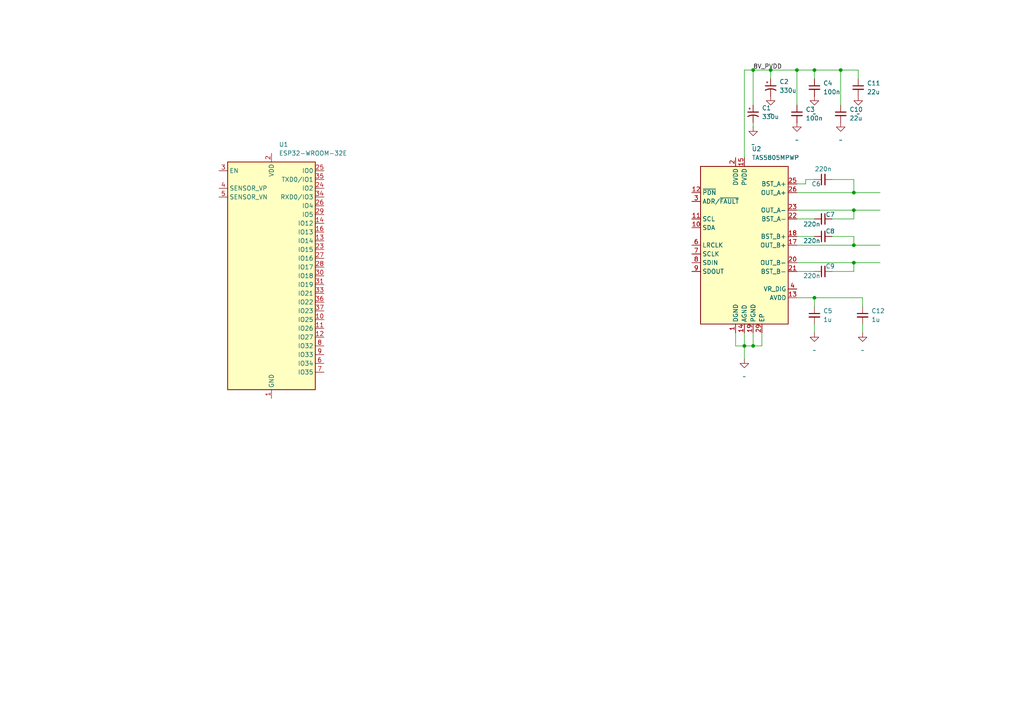
<source format=kicad_sch>
(kicad_sch (version 20250114) (generator "eeschema") (generator_version "9.0")
  (paper "A4")
  (lib_symbols
    (symbol "Amplifier_Audio:TAS5805MPWP"
      (property "Reference" "U" (at -11.43 24.13 0))
      (property "Value" "TAS5805MPWP" (at 8.89 24.13 0))
      (symbol "TAS5805MPWP_0_1"
        (rectangle (start -12.7 22.86) (end 12.7 -22.86) (stroke (width 0.254)) (fill (type background)))
      )
      (symbol "TAS5805MPWP_1_0"
        (pin output line (at -15.24 -7.62 0) (length 2.54) (name "SDOUT") (number "9"))
        (pin passive line (at 15.24 17.78 180) (length 2.54) (name "BST_A+") (number "25"))
        (pin output line (at 15.24 10.16 180) (length 2.54) (name "OUT_A-") (number "23"))
        (pin passive line (at 15.24 7.62 180) (length 2.54) (name "BST_A-") (number "22"))
      )
      (symbol "TAS5805MPWP_1_1"
        (pin input line (at -15.24 15.24 0) (length 2.54) (name "~{PDN}") (number "12"))
        (pin bidirectional line (at -15.24 12.7 0) (length 2.54) (name "ADR/~{FAULT}") (number "3"))
        (pin input line (at -15.24 7.62 0) (length 2.54) (name "SCL") (number "11"))
        (pin bidirectional line (at -15.24 5.08 0) (length 2.54) (name "SDA") (number "10"))
        (pin input line (at -15.24 0 0) (length 2.54) (name "LRCLK") (number "6"))
        (pin input line (at -15.24 -2.54 0) (length 2.54) (name "SCLK") (number "7"))
        (pin input line (at -15.24 -5.08 0) (length 2.54) (name "SDIN") (number "8"))
        (pin power_in line (at -2.54 25.4 270) (length 2.54) (name "DVDD") (number "2"))
        (pin power_in line (at -2.54 -25.4 90) (length 2.54) (name "DGND") (number "1"))
        (pin passive line (at -2.54 -25.4 90) (length 2.54) (hide yes) (name "DGND") (number "5"))
        (pin power_in line (at 0 25.4 270) (length 2.54) (name "PVDD") (number "15"))
        (pin passive line (at 0 25.4 270) (length 2.54) (hide yes) (name "PVDD") (number "16"))
        (pin passive line (at 0 25.4 270) (length 2.54) (hide yes) (name "PVDD") (number "27"))
        (pin passive line (at 0 25.4 270) (length 2.54) (hide yes) (name "PVDD") (number "28"))
        (pin power_in line (at 0 -25.4 90) (length 2.54) (name "AGND") (number "14"))
        (pin power_in line (at 2.54 -25.4 90) (length 2.54) (name "PGND") (number "19"))
        (pin passive line (at 2.54 -25.4 90) (length 2.54) (hide yes) (name "PGND") (number "24"))
        (pin passive line (at 5.08 -25.4 90) (length 2.54) (name "EP") (number "29"))
        (pin output line (at 15.24 15.24 180) (length 2.54) (name "OUT_A+") (number "26"))
        (pin passive line (at 15.24 2.54 180) (length 2.54) (name "BST_B+") (number "18"))
        (pin output line (at 15.24 0 180) (length 2.54) (name "OUT_B+") (number "17"))
        (pin output line (at 15.24 -5.08 180) (length 2.54) (name "OUT_B-") (number "20"))
        (pin passive line (at 15.24 -7.62 180) (length 2.54) (name "BST_B-") (number "21"))
        (pin power_out line (at 15.24 -12.7 180) (length 2.54) (name "VR_DIG") (number "4"))
        (pin power_out line (at 15.24 -15.24 180) (length 2.54) (name "AVDD") (number "13"))
      )
    )
    (symbol "Device:C_Polarized_Small_US" (pin_numbers (hide yes)) (pin_names (offset 0.254) (hide yes))
      (property "Reference" "C" (at 0.254 1.778 0))
      (property "Value" "C_Polarized_Small_US" (at 0.254 -2.032 0))
      (symbol "C_Polarized_Small_US_0_1"
        (polyline (pts (xy -1.524 0.508) (xy 1.524 0.508)) (stroke (width 0.3048)))
        (polyline (pts (xy -1.27 1.524) (xy -0.762 1.524)))
        (polyline (pts (xy -1.016 1.27) (xy -1.016 1.778)))
        (arc (start -1.524 -0.762) (mid 0 -0.3734) (end 1.524 -0.762) (stroke (width 0.3048)))
      )
      (symbol "C_Polarized_Small_US_1_1"
        (pin passive line (at 0 2.54 270) (length 2.032) (name "~") (number "1"))
        (pin passive line (at 0 -2.54 90) (length 2.032) (name "~") (number "2"))
      )
    )
    (symbol "Device:C_Small" (pin_numbers (hide yes)) (pin_names (offset 0.254) (hide yes))
      (property "Reference" "C" (at 0.254 1.778 0))
      (property "Value" "C_Small" (at 0.254 -2.032 0))
      (symbol "C_Small_0_1"
        (polyline (pts (xy -1.524 0.508) (xy 1.524 0.508)) (stroke (width 0.3048)))
        (polyline (pts (xy -1.524 -0.508) (xy 1.524 -0.508)) (stroke (width 0.3302)))
      )
      (symbol "C_Small_1_1"
        (pin passive line (at 0 2.54 270) (length 2.032) (name "~") (number "1"))
        (pin passive line (at 0 -2.54 90) (length 2.032) (name "~") (number "2"))
      )
    )
    (symbol "RF_Module:ESP32-WROOM-32E"
      (property "Reference" "U" (at -12.7 34.29 0))
      (property "Value" "ESP32-WROOM-32E" (at 1.27 34.29 0))
      (symbol "ESP32-WROOM-32E_0_1"
        (rectangle (start -12.7 33.02) (end 12.7 -33.02) (stroke (width 0.254)) (fill (type background)))
      )
      (symbol "ESP32-WROOM-32E_1_1"
        (pin input line (at -15.24 30.48 0) (length 2.54) (name "EN") (number "3"))
        (pin input line (at -15.24 25.4 0) (length 2.54) (name "SENSOR_VP") (number "4"))
        (pin input line (at -15.24 22.86 0) (length 2.54) (name "SENSOR_VN") (number "5"))
        (pin no_connect line (at -12.7 0 0) (length 2.54) (hide yes) (name "NC") (number "21"))
        (pin no_connect line (at -12.7 -2.54 0) (length 2.54) (hide yes) (name "NC") (number "22"))
        (pin no_connect line (at -12.7 -5.08 0) (length 2.54) (hide yes) (name "NC") (number "17"))
        (pin no_connect line (at -12.7 -7.62 0) (length 2.54) (hide yes) (name "NC") (number "18"))
        (pin no_connect line (at -12.7 -10.16 0) (length 2.54) (hide yes) (name "NC") (number "20"))
        (pin no_connect line (at -12.7 -12.7 0) (length 2.54) (hide yes) (name "NC") (number "19"))
        (pin no_connect line (at -12.7 -27.94 0) (length 2.54) (hide yes) (name "NC") (number "32"))
        (pin power_in line (at 0 35.56 270) (length 2.54) (name "VDD") (number "2"))
        (pin power_in line (at 0 -35.56 90) (length 2.54) (name "GND") (number "1"))
        (pin passive line (at 0 -35.56 90) (length 2.54) (hide yes) (name "GND") (number "15"))
        (pin passive line (at 0 -35.56 90) (length 2.54) (hide yes) (name "GND") (number "38"))
        (pin passive line (at 0 -35.56 90) (length 2.54) (hide yes) (name "GND") (number "39"))
        (pin bidirectional line (at 15.24 30.48 180) (length 2.54) (name "IO0") (number "25"))
        (pin bidirectional line (at 15.24 27.94 180) (length 2.54) (name "TXD0/IO1") (number "35"))
        (pin bidirectional line (at 15.24 25.4 180) (length 2.54) (name "IO2") (number "24"))
        (pin bidirectional line (at 15.24 22.86 180) (length 2.54) (name "RXD0/IO3") (number "34"))
        (pin bidirectional line (at 15.24 20.32 180) (length 2.54) (name "IO4") (number "26"))
        (pin bidirectional line (at 15.24 17.78 180) (length 2.54) (name "IO5") (number "29"))
        (pin bidirectional line (at 15.24 15.24 180) (length 2.54) (name "IO12") (number "14"))
        (pin bidirectional line (at 15.24 12.7 180) (length 2.54) (name "IO13") (number "16"))
        (pin bidirectional line (at 15.24 10.16 180) (length 2.54) (name "IO14") (number "13"))
        (pin bidirectional line (at 15.24 7.62 180) (length 2.54) (name "IO15") (number "23"))
        (pin bidirectional line (at 15.24 5.08 180) (length 2.54) (name "IO16") (number "27"))
        (pin bidirectional line (at 15.24 2.54 180) (length 2.54) (name "IO17") (number "28"))
        (pin bidirectional line (at 15.24 0 180) (length 2.54) (name "IO18") (number "30"))
        (pin bidirectional line (at 15.24 -2.54 180) (length 2.54) (name "IO19") (number "31"))
        (pin bidirectional line (at 15.24 -5.08 180) (length 2.54) (name "IO21") (number "33"))
        (pin bidirectional line (at 15.24 -7.62 180) (length 2.54) (name "IO22") (number "36"))
        (pin bidirectional line (at 15.24 -10.16 180) (length 2.54) (name "IO23") (number "37"))
        (pin bidirectional line (at 15.24 -12.7 180) (length 2.54) (name "IO25") (number "10"))
        (pin bidirectional line (at 15.24 -15.24 180) (length 2.54) (name "IO26") (number "11"))
        (pin bidirectional line (at 15.24 -17.78 180) (length 2.54) (name "IO27") (number "12"))
        (pin bidirectional line (at 15.24 -20.32 180) (length 2.54) (name "IO32") (number "8"))
        (pin bidirectional line (at 15.24 -22.86 180) (length 2.54) (name "IO33") (number "9"))
        (pin input line (at 15.24 -25.4 180) (length 2.54) (name "IO34") (number "6"))
        (pin input line (at 15.24 -27.94 180) (length 2.54) (name "IO35") (number "7"))
      )
    )
    (symbol "power:GND" (power) (pin_numbers (hide yes)) (pin_names (offset 0) (hide yes))
      (property "Value" "GND" (at 0 -3.81 0))
      (symbol "GND_0_1"
        (polyline (pts (xy 0 0) (xy 0 -1.27) (xy 1.27 -1.27) (xy 0 -2.54) (xy -1.27 -1.27) (xy 0 -1.27)))
      )
      (symbol "GND_1_1"
        (pin power_in line (at 0 0 270) (length 0) (name "~") (number "1"))
      )
    )
  )
  (junction (at 247.65 60.96))
  (junction (at 236.22 86.36))
  (junction (at 236.22 20.32))
  (junction (at 247.65 76.2))
  (junction (at 243.84 20.32))
  (junction (at 247.65 55.88))
  (junction (at 218.44 100.33))
  (junction (at 231.14 20.32))
  (junction (at 218.44 20.32))
  (junction (at 215.9 100.33))
  (junction (at 223.52 20.32))
  (junction (at 247.65 71.12))
  (wire (pts (xy 215.9 96.52) (xy 215.9 100.33)))
  (wire (pts (xy 218.44 100.33) (xy 220.98 100.33)))
  (wire (pts (xy 247.65 55.88) (xy 255.27 55.88)))
  (wire (pts (xy 231.14 78.74) (xy 236.22 78.74)))
  (wire (pts (xy 250.19 86.36) (xy 250.19 88.9)))
  (wire (pts (xy 218.44 20.32) (xy 223.52 20.32)))
  (wire (pts (xy 215.9 100.33) (xy 218.44 100.33)))
  (wire (pts (xy 241.3 52.07) (xy 247.65 52.07)))
  (wire (pts (xy 248.92 20.32) (xy 248.92 22.86)))
  (wire (pts (xy 233.68 52.07) (xy 236.22 52.07)))
  (wire (pts (xy 247.65 76.2) (xy 247.65 78.74)))
  (wire (pts (xy 247.65 60.96) (xy 247.65 63.5)))
  (wire (pts (xy 243.84 30.48) (xy 243.84 20.32)))
  (wire (pts (xy 236.22 93.98) (xy 236.22 96.52)))
  (wire (pts (xy 220.98 96.52) (xy 220.98 100.33)))
  (wire (pts (xy 213.36 100.33) (xy 215.9 100.33)))
  (wire (pts (xy 231.14 76.2) (xy 247.65 76.2)))
  (wire (pts (xy 231.14 53.34) (xy 233.68 53.34)))
  (wire (pts (xy 231.14 68.58) (xy 236.22 68.58)))
  (wire (pts (xy 231.14 86.36) (xy 236.22 86.36)))
  (wire (pts (xy 247.65 71.12) (xy 255.27 71.12)))
  (wire (pts (xy 215.9 20.32) (xy 215.9 45.72)))
  (wire (pts (xy 241.3 63.5) (xy 247.65 63.5)))
  (wire (pts (xy 231.14 20.32) (xy 236.22 20.32)))
  (wire (pts (xy 215.9 20.32) (xy 218.44 20.32)))
  (wire (pts (xy 231.14 63.5) (xy 236.22 63.5)))
  (wire (pts (xy 223.52 22.86) (xy 223.52 20.32)))
  (wire (pts (xy 236.22 86.36) (xy 236.22 88.9)))
  (wire (pts (xy 213.36 96.52) (xy 213.36 100.33)))
  (wire (pts (xy 218.44 35.56) (xy 218.44 36.83)))
  (wire (pts (xy 247.65 52.07) (xy 247.65 55.88)))
  (wire (pts (xy 241.3 68.58) (xy 247.65 68.58)))
  (wire (pts (xy 233.68 52.07) (xy 233.68 53.34)))
  (wire (pts (xy 243.84 20.32) (xy 248.92 20.32)))
  (wire (pts (xy 231.14 71.12) (xy 247.65 71.12)))
  (wire (pts (xy 223.52 20.32) (xy 231.14 20.32)))
  (wire (pts (xy 236.22 22.86) (xy 236.22 20.32)))
  (wire (pts (xy 215.9 100.33) (xy 215.9 104.14)))
  (wire (pts (xy 247.65 60.96) (xy 255.27 60.96)))
  (wire (pts (xy 250.19 93.98) (xy 250.19 96.52)))
  (wire (pts (xy 218.44 30.48) (xy 218.44 20.32)))
  (wire (pts (xy 231.14 55.88) (xy 247.65 55.88)))
  (wire (pts (xy 231.14 30.48) (xy 231.14 20.32)))
  (wire (pts (xy 247.65 68.58) (xy 247.65 71.12)))
  (wire (pts (xy 241.3 78.74) (xy 247.65 78.74)))
  (wire (pts (xy 218.44 96.52) (xy 218.44 100.33)))
  (wire (pts (xy 236.22 20.32) (xy 243.84 20.32)))
  (wire (pts (xy 231.14 60.96) (xy 247.65 60.96)))
  (wire (pts (xy 247.65 76.2) (xy 255.27 76.2)))
  (wire (pts (xy 236.22 86.36) (xy 250.19 86.36)))
  (label "8V_PVDD" (at 218.44 20.32 0))
  (symbol (lib_id "Device:C_Small") (at 231.14 33.02 0) (unit 1)
    (property "Reference" "C3" (at 233.68 31.7562 0) (effects (justify left)))
    (property "Value" "100n" (at 233.68 34.2962 0) (effects (justify left)))
    (property "Description" "Unpolarized capacitor, small symbol" (effects (hide yes)))
  )
  (symbol (lib_id "Device:C_Small") (at 248.92 25.4 0) (unit 1)
    (property "Reference" "C11" (at 251.46 24.1362 0) (effects (justify left)))
    (property "Value" "22u" (at 251.46 26.6762 0) (effects (justify left)))
    (property "Description" "Unpolarized capacitor, small symbol" (effects (hide yes)))
  )
  (symbol (lib_id "Device:C_Small") (at 238.76 78.74 90) (unit 1)
    (property "Reference" "C9" (at 240.792 77.216 90))
    (property "Value" "220n" (at 235.458 80.01 90))
    (property "Description" "Unpolarized capacitor, small symbol" (effects (hide yes)))
  )
  (symbol (lib_id "power:GND") (at 236.22 96.52 0) (unit 1)
    (property "Reference" "#PWR06" (effects (hide yes)))
    (property "Value" "~" (at 236.22 101.6 0))
    (property "Description" "Power symbol creates a global label with name \"GND\" , ground" (effects (hide yes)))
  )
  (symbol (lib_id "Device:C_Small") (at 236.22 91.44 0) (unit 1)
    (property "Reference" "C5" (at 238.76 90.1762 0) (effects (justify left)))
    (property "Value" "1u" (at 238.76 92.7162 0) (effects (justify left)))
    (property "Description" "Unpolarized capacitor, small symbol" (effects (hide yes)))
  )
  (symbol (lib_id "RF_Module:ESP32-WROOM-32E") (at 78.74 80.01 0) (unit 1)
    (property "Reference" "U1" (at 80.8833 41.91 0) (effects (justify left)))
    (property "Value" "ESP32-WROOM-32E" (at 80.8833 44.45 0) (effects (justify left)))
    (property "Footprint" "RF_Module:ESP32-WROOM-32D" (effects (hide yes)))
    (property "Datasheet" "https://www.espressif.com/sites/default/files/documentation/esp32-wroom-32e_esp32-wroom-32ue_datasheet_en.pdf" (effects (hide yes)))
    (property "Description" "RF Module, ESP32-D0WD-V3 SoC, without PSRAM, Wi-Fi 802.11b/g/n, Bluetooth, BLE, 32-bit, 2.7-3.6V, onboard antenna, SMD" (effects (hide yes)))
  )
  (symbol (lib_id "power:GND") (at 236.22 27.94 0) (unit 1)
    (property "Reference" "#PWR05" (effects (hide yes)))
    (property "Value" "~" (at 236.22 33.02 0))
    (property "Description" "Power symbol creates a global label with name \"GND\" , ground" (effects (hide yes)))
  )
  (symbol (lib_id "Device:C_Small") (at 238.76 63.5 270) (unit 1)
    (property "Reference" "C7" (at 240.792 62.23 90))
    (property "Value" "220n" (at 235.458 65.024 90))
    (property "Description" "Unpolarized capacitor, small symbol" (effects (hide yes)))
  )
  (symbol (lib_id "Amplifier_Audio:TAS5805MPWP") (at 215.9 71.12 0) (unit 1)
    (property "Reference" "U2" (at 218.0433 43.18 0) (effects (justify left)))
    (property "Value" "TAS5805MPWP" (at 218.0433 45.72 0) (effects (justify left)))
    (property "Footprint" "Package_SO:TSSOP-28-1EP_4.4x9.7mm_P0.65mm_EP3.4x9.7mm_Mask3.1x4.05mm_ThermalVias" (effects (hide yes)))
    (property "Datasheet" "https://www.ti.com/lit/ds/symlink/tas5805m.pdf" (effects (hide yes)))
    (property "Description" "23W Stereo, Inductor-Less, Digital Input, Closed-Loop Class-D Audio Amplifier, HTSSOP-28" (effects (hide yes)))
  )
  (symbol (lib_id "power:GND") (at 250.19 96.52 0) (unit 1)
    (property "Reference" "#PWR09" (effects (hide yes)))
    (property "Value" "~" (at 250.19 101.6 0))
    (property "Description" "Power symbol creates a global label with name \"GND\" , ground" (effects (hide yes)))
  )
  (symbol (lib_id "power:GND") (at 218.44 36.83 0) (unit 1)
    (property "Reference" "#PWR02" (effects (hide yes)))
    (property "Value" "~" (at 218.44 41.91 0))
    (property "Description" "Power symbol creates a global label with name \"GND\" , ground" (effects (hide yes)))
  )
  (symbol (lib_id "Device:C_Small") (at 250.19 91.44 0) (unit 1)
    (property "Reference" "C12" (at 252.73 90.1762 0) (effects (justify left)))
    (property "Value" "1u" (at 252.73 92.7162 0) (effects (justify left)))
    (property "Description" "Unpolarized capacitor, small symbol" (effects (hide yes)))
  )
  (symbol (lib_id "Device:C_Small") (at 243.84 33.02 0) (unit 1)
    (property "Reference" "C10" (at 246.38 31.7562 0) (effects (justify left)))
    (property "Value" "22u" (at 246.38 34.2962 0) (effects (justify left)))
    (property "Description" "Unpolarized capacitor, small symbol" (effects (hide yes)))
  )
  (symbol (lib_id "power:GND") (at 243.84 35.56 0) (unit 1)
    (property "Reference" "#PWR07" (effects (hide yes)))
    (property "Value" "~" (at 243.84 40.64 0))
    (property "Description" "Power symbol creates a global label with name \"GND\" , ground" (effects (hide yes)))
  )
  (symbol (lib_id "power:GND") (at 215.9 104.14 0) (unit 1)
    (property "Reference" "#PWR01" (effects (hide yes)))
    (property "Value" "~" (at 215.9 109.22 0))
    (property "Description" "Power symbol creates a global label with name \"GND\" , ground" (effects (hide yes)))
  )
  (symbol (lib_id "Device:C_Small") (at 236.22 25.4 0) (unit 1)
    (property "Reference" "C4" (at 238.76 24.1362 0) (effects (justify left)))
    (property "Value" "100n" (at 238.76 26.6762 0) (effects (justify left)))
    (property "Description" "Unpolarized capacitor, small symbol" (effects (hide yes)))
  )
  (symbol (lib_id "power:GND") (at 223.52 27.94 0) (unit 1)
    (property "Reference" "#PWR03" (effects (hide yes)))
    (property "Value" "~" (at 223.52 33.02 0))
    (property "Description" "Power symbol creates a global label with name \"GND\" , ground" (effects (hide yes)))
  )
  (symbol (lib_id "Device:C_Polarized_Small_US") (at 218.44 33.02 0) (unit 1)
    (property "Reference" "C1" (at 220.98 31.3181 0) (effects (justify left)))
    (property "Value" "330u" (at 220.98 33.8581 0) (effects (justify left)))
    (property "Description" "Polarized capacitor, small US symbol" (effects (hide yes)))
  )
  (symbol (lib_id "power:GND") (at 231.14 35.56 0) (unit 1)
    (property "Reference" "#PWR04" (effects (hide yes)))
    (property "Value" "~" (at 231.14 40.64 0))
    (property "Description" "Power symbol creates a global label with name \"GND\" , ground" (effects (hide yes)))
  )
  (symbol (lib_id "Device:C_Small") (at 238.76 68.58 90) (unit 1)
    (property "Reference" "C8" (at 240.792 67.056 90))
    (property "Value" "220n" (at 235.458 69.85 90))
    (property "Description" "Unpolarized capacitor, small symbol" (effects (hide yes)))
  )
  (symbol (lib_id "Device:C_Polarized_Small_US") (at 223.52 25.4 0) (unit 1)
    (property "Reference" "C2" (at 226.06 23.6981 0) (effects (justify left)))
    (property "Value" "330u" (at 226.06 26.2381 0) (effects (justify left)))
    (property "Description" "Polarized capacitor, small US symbol" (effects (hide yes)))
  )
  (symbol (lib_id "Device:C_Small") (at 238.76 52.07 90) (unit 1)
    (property "Reference" "C6" (at 236.728 53.34 90))
    (property "Value" "220n" (at 238.76 49.022 90))
    (property "Description" "Unpolarized capacitor, small symbol" (effects (hide yes)))
  )
  (symbol (lib_id "power:GND") (at 248.92 27.94 0) (unit 1)
    (property "Reference" "#PWR08" (effects (hide yes)))
    (property "Value" "~" (at 248.92 33.02 0))
    (property "Description" "Power symbol creates a global label with name \"GND\" , ground" (effects (hide yes)))
  )
)
</source>
